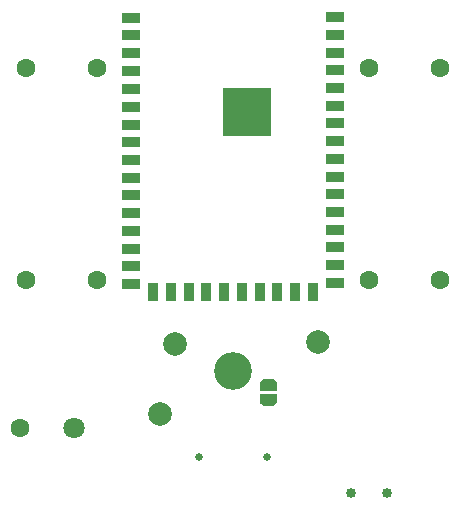
<source format=gbr>
%TF.GenerationSoftware,KiCad,Pcbnew,(5.1.8)-1*%
%TF.CreationDate,2021-07-06T20:41:50+01:00*%
%TF.ProjectId,ESP32-S2-PowerMeter,45535033-322d-4533-922d-506f7765724d,rev?*%
%TF.SameCoordinates,Original*%
%TF.FileFunction,Soldermask,Bot*%
%TF.FilePolarity,Negative*%
%FSLAX46Y46*%
G04 Gerber Fmt 4.6, Leading zero omitted, Abs format (unit mm)*
G04 Created by KiCad (PCBNEW (5.1.8)-1) date 2021-07-06 20:41:50*
%MOMM*%
%LPD*%
G01*
G04 APERTURE LIST*
%ADD10C,0.650000*%
%ADD11C,1.600000*%
%ADD12C,1.800000*%
%ADD13C,0.100000*%
%ADD14C,0.850000*%
%ADD15C,2.000000*%
%ADD16R,1.500000X0.900000*%
%ADD17R,0.900000X1.500000*%
%ADD18R,4.100000X4.100000*%
%ADD19C,3.200000*%
G04 APERTURE END LIST*
D10*
%TO.C,J1*%
X120610000Y-162940000D03*
X126390000Y-162940000D03*
%TD*%
D11*
%TO.C,J3*%
X135000000Y-148000000D03*
X141000000Y-148000000D03*
%TD*%
%TO.C,J4*%
X135000000Y-130000000D03*
X141000000Y-130000000D03*
%TD*%
%TO.C,J5*%
X112000000Y-148000000D03*
X106000000Y-148000000D03*
%TD*%
%TO.C,J6*%
X112000000Y-130000000D03*
X106000000Y-130000000D03*
%TD*%
D12*
%TO.C,J7*%
X110000000Y-160500000D03*
D11*
X105500000Y-160500000D03*
%TD*%
D13*
%TO.C,JP1*%
G36*
X125750602Y-156850000D02*
G01*
X125750602Y-156825466D01*
X125755412Y-156776635D01*
X125764984Y-156728510D01*
X125779228Y-156681555D01*
X125798005Y-156636222D01*
X125821136Y-156592949D01*
X125848396Y-156552150D01*
X125879524Y-156514221D01*
X125914221Y-156479524D01*
X125952150Y-156448396D01*
X125992949Y-156421136D01*
X126036222Y-156398005D01*
X126081555Y-156379228D01*
X126128510Y-156364984D01*
X126176635Y-156355412D01*
X126225466Y-156350602D01*
X126250000Y-156350602D01*
X126250000Y-156350000D01*
X126750000Y-156350000D01*
X126750000Y-156350602D01*
X126774534Y-156350602D01*
X126823365Y-156355412D01*
X126871490Y-156364984D01*
X126918445Y-156379228D01*
X126963778Y-156398005D01*
X127007051Y-156421136D01*
X127047850Y-156448396D01*
X127085779Y-156479524D01*
X127120476Y-156514221D01*
X127151604Y-156552150D01*
X127178864Y-156592949D01*
X127201995Y-156636222D01*
X127220772Y-156681555D01*
X127235016Y-156728510D01*
X127244588Y-156776635D01*
X127249398Y-156825466D01*
X127249398Y-156850000D01*
X127250000Y-156850000D01*
X127250000Y-157350000D01*
X125750000Y-157350000D01*
X125750000Y-156850000D01*
X125750602Y-156850000D01*
G37*
G36*
X127250000Y-157650000D02*
G01*
X127250000Y-158150000D01*
X127249398Y-158150000D01*
X127249398Y-158174534D01*
X127244588Y-158223365D01*
X127235016Y-158271490D01*
X127220772Y-158318445D01*
X127201995Y-158363778D01*
X127178864Y-158407051D01*
X127151604Y-158447850D01*
X127120476Y-158485779D01*
X127085779Y-158520476D01*
X127047850Y-158551604D01*
X127007051Y-158578864D01*
X126963778Y-158601995D01*
X126918445Y-158620772D01*
X126871490Y-158635016D01*
X126823365Y-158644588D01*
X126774534Y-158649398D01*
X126750000Y-158649398D01*
X126750000Y-158650000D01*
X126250000Y-158650000D01*
X126250000Y-158649398D01*
X126225466Y-158649398D01*
X126176635Y-158644588D01*
X126128510Y-158635016D01*
X126081555Y-158620772D01*
X126036222Y-158601995D01*
X125992949Y-158578864D01*
X125952150Y-158551604D01*
X125914221Y-158520476D01*
X125879524Y-158485779D01*
X125848396Y-158447850D01*
X125821136Y-158407051D01*
X125798005Y-158363778D01*
X125779228Y-158318445D01*
X125764984Y-158271490D01*
X125755412Y-158223365D01*
X125750602Y-158174534D01*
X125750602Y-158150000D01*
X125750000Y-158150000D01*
X125750000Y-157650000D01*
X127250000Y-157650000D01*
G37*
%TD*%
D14*
%TO.C,SW1*%
X136500000Y-166000000D03*
X133500000Y-166000000D03*
%TD*%
D15*
%TO.C,TP1*%
X117300000Y-159300000D03*
%TD*%
%TO.C,TP2*%
X118600000Y-153400000D03*
%TD*%
%TO.C,TP3*%
X130700000Y-153200000D03*
%TD*%
D16*
%TO.C,U1*%
X132125000Y-125725000D03*
X132125000Y-146725000D03*
X132125000Y-148225000D03*
D17*
X130250000Y-148975000D03*
X128750000Y-148975000D03*
X127250000Y-148975000D03*
X125750000Y-148975000D03*
X124250000Y-148975000D03*
X122750000Y-148975000D03*
X121250000Y-148975000D03*
X119750000Y-148975000D03*
D16*
X132125000Y-127225000D03*
X132125000Y-128725000D03*
X132125000Y-130225000D03*
X132125000Y-131725000D03*
X132125000Y-133225000D03*
X132125000Y-134725000D03*
X132125000Y-136225000D03*
X132125000Y-137725000D03*
X132125000Y-139225000D03*
X132125000Y-140725000D03*
X132125000Y-142225000D03*
X132125000Y-143725000D03*
X132125000Y-145225000D03*
X114875000Y-131825000D03*
X114875000Y-133325000D03*
X114875000Y-134825000D03*
X114875000Y-136325000D03*
X114875000Y-137825000D03*
X114875000Y-139325000D03*
X114875000Y-140825000D03*
X114875000Y-142325000D03*
X114875000Y-143825000D03*
X114875000Y-145325000D03*
X114875000Y-146825000D03*
X114875000Y-148325000D03*
D17*
X116750000Y-148975000D03*
X118250000Y-148975000D03*
D16*
X114875000Y-130325000D03*
X114875000Y-128725000D03*
X114875000Y-127225000D03*
X114875000Y-125825000D03*
D18*
X124690000Y-133765000D03*
%TD*%
D19*
%TO.C,H1*%
X123500000Y-155700000D03*
%TD*%
M02*

</source>
